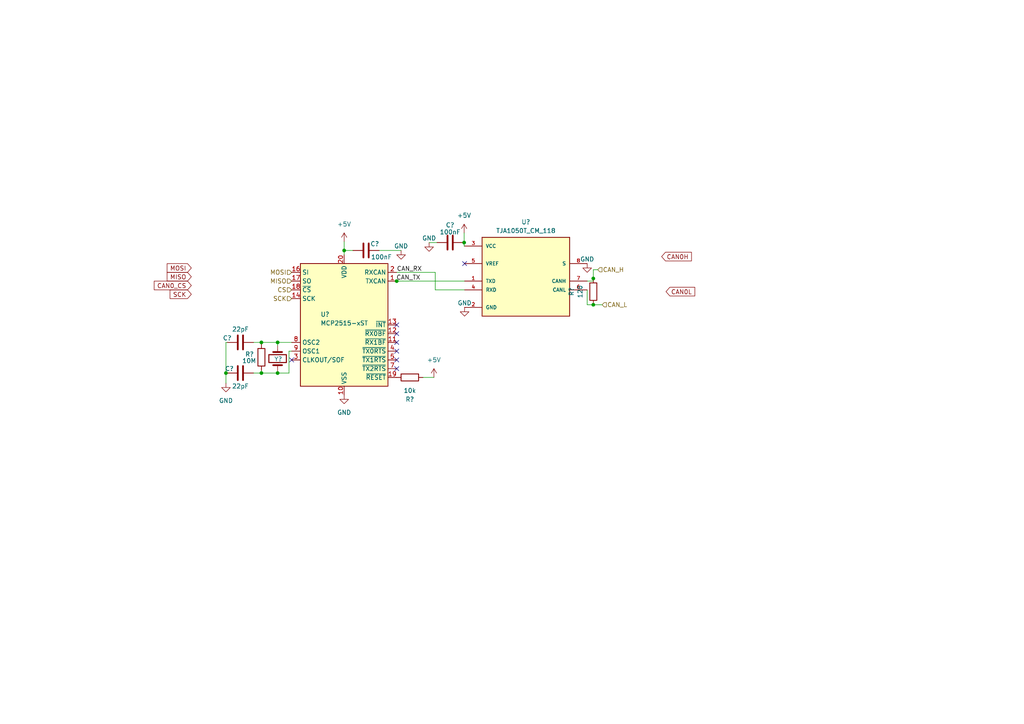
<source format=kicad_sch>
(kicad_sch (version 20250114) (generator "eeschema") (generator_version "9.0")
  (paper "A4")
  (lib_symbols
    (symbol "Device:C" (pin_numbers (hide yes)) (pin_names (offset 0.254))
      (property "Reference" "C" (at 0.635 2.54 0))
      (property "Value" "C" (at 0.635 -2.54 0))
      (symbol "C_0_1"
        (polyline (pts (xy -2.032 0.762) (xy 2.032 0.762)) (stroke (width 0.508)))
        (polyline (pts (xy -2.032 -0.762) (xy 2.032 -0.762)) (stroke (width 0.508)))
      )
      (symbol "C_1_1"
        (pin passive line (at 0 3.81 270) (length 2.794) (name "~") (number "1"))
        (pin passive line (at 0 -3.81 90) (length 2.794) (name "~") (number "2"))
      )
    )
    (symbol "Device:Crystal" (pin_numbers (hide yes)) (pin_names (offset 1.016) (hide yes))
      (property "Reference" "Y" (at 0 3.81 0))
      (property "Value" "Crystal" (at 0 -3.81 0))
      (symbol "Crystal_0_1"
        (polyline (pts (xy -2.54 0) (xy -1.905 0)))
        (polyline (pts (xy -1.905 -1.27) (xy -1.905 1.27)) (stroke (width 0.508)))
        (rectangle (start -1.143 2.54) (end 1.143 -2.54) (stroke (width 0.3048)))
        (polyline (pts (xy 1.905 -1.27) (xy 1.905 1.27)) (stroke (width 0.508)))
        (polyline (pts (xy 2.54 0) (xy 1.905 0)))
      )
      (symbol "Crystal_1_1"
        (pin passive line (at -3.81 0 0) (length 1.27) (name "1") (number "1"))
        (pin passive line (at 3.81 0 180) (length 1.27) (name "2") (number "2"))
      )
    )
    (symbol "Device:R" (pin_numbers (hide yes)) (pin_names (offset 0))
      (property "Reference" "R" (at 2.032 0 90))
      (property "Value" "R" (at 0 0 90))
      (symbol "R_0_1"
        (rectangle (start -1.016 -2.54) (end 1.016 2.54) (stroke (width 0.254)))
      )
      (symbol "R_1_1"
        (pin passive line (at 0 3.81 270) (length 1.27) (name "~") (number "1"))
        (pin passive line (at 0 -3.81 90) (length 1.27) (name "~") (number "2"))
      )
    )
    (symbol "Interface_CAN_LIN:MCP2515-xST"
      (property "Reference" "U" (at -10.16 19.685 0))
      (property "Value" "MCP2515-xST" (at 19.05 20.32 0))
      (symbol "MCP2515-xST_0_1"
        (rectangle (start -12.7 17.78) (end 12.7 -17.78) (stroke (width 0.254)) (fill (type background)))
      )
      (symbol "MCP2515-xST_1_1"
        (pin input line (at -15.24 15.24 0) (length 2.54) (name "SI") (number "16"))
        (pin output line (at -15.24 12.7 0) (length 2.54) (name "SO") (number "17"))
        (pin input line (at -15.24 10.16 0) (length 2.54) (name "~{CS}") (number "18"))
        (pin input line (at -15.24 7.62 0) (length 2.54) (name "SCK") (number "14"))
        (pin output line (at -15.24 -5.08 0) (length 2.54) (name "OSC2") (number "8"))
        (pin input line (at -15.24 -7.62 0) (length 2.54) (name "OSC1") (number "9"))
        (pin output line (at -15.24 -10.16 0) (length 2.54) (name "CLKOUT/SOF") (number "3"))
        (pin no_connect line (at -12.7 0 0) (length 2.54) (hide yes) (name "NC") (number "6"))
        (pin no_connect line (at -12.7 -2.54 0) (length 2.54) (hide yes) (name "NC") (number "15"))
        (pin power_in line (at 0 20.32 270) (length 2.54) (name "VDD") (number "20"))
        (pin power_in line (at 0 -20.32 90) (length 2.54) (name "VSS") (number "10"))
        (pin input line (at 15.24 15.24 180) (length 2.54) (name "RXCAN") (number "2"))
        (pin output line (at 15.24 12.7 180) (length 2.54) (name "TXCAN") (number "1"))
        (pin output line (at 15.24 0 180) (length 2.54) (name "~{INT}") (number "13"))
        (pin output line (at 15.24 -2.54 180) (length 2.54) (name "~{RX0BF}") (number "12"))
        (pin output line (at 15.24 -5.08 180) (length 2.54) (name "~{RX1BF}") (number "11"))
        (pin input line (at 15.24 -7.62 180) (length 2.54) (name "~{TX0RTS}") (number "4"))
        (pin input line (at 15.24 -10.16 180) (length 2.54) (name "~{TX1RTS}") (number "5"))
        (pin input line (at 15.24 -12.7 180) (length 2.54) (name "~{TX2RTS}") (number "7"))
        (pin input line (at 15.24 -15.24 180) (length 2.54) (name "~{RESET}") (number "19"))
      )
    )
    (symbol "TJA1050T_CM_118:TJA1050T_CM_118" (pin_names (offset 1.016))
      (property "Reference" "U" (at -12.7 11.049 0))
      (property "Value" "TJA1050T_CM_118" (at -12.7 -15.24 0))
      (symbol "TJA1050T_CM_118_0_0"
        (rectangle (start -12.7 -12.7) (end 12.7 10.16) (stroke (width 0.254)) (fill (type background)))
        (pin input line (at -17.78 2.54 0) (length 5.08) (name "S") (number "8"))
        (pin bidirectional line (at -17.78 -2.54 0) (length 5.08) (name "CANH") (number "7"))
        (pin bidirectional line (at -17.78 -5.08 0) (length 5.08) (name "CANL") (number "6"))
        (pin power_in line (at 17.78 7.62 180) (length 5.08) (name "VCC") (number "3"))
        (pin output line (at 17.78 2.54 180) (length 5.08) (name "VREF") (number "5"))
        (pin input line (at 17.78 -2.54 180) (length 5.08) (name "TXD") (number "1"))
        (pin output line (at 17.78 -5.08 180) (length 5.08) (name "RXD") (number "4"))
        (pin power_in line (at 17.78 -10.16 180) (length 5.08) (name "GND") (number "2"))
      )
    )
    (symbol "power:+5V" (power) (pin_names (offset 0))
      (property "Value" "+5V" (at 0 3.556 0))
      (symbol "+5V_0_1"
        (polyline (pts (xy -0.762 1.27) (xy 0 2.54)))
        (polyline (pts (xy 0 2.54) (xy 0.762 1.27)))
        (polyline (pts (xy 0 0) (xy 0 2.54)))
      )
      (symbol "+5V_1_1"
        (pin power_in line (at 0 0 90) (length 0) (hide yes) (name "+5V") (number "1"))
      )
    )
    (symbol "power:GND" (power) (pin_names (offset 0))
      (property "Value" "GND" (at 0 -3.81 0))
      (symbol "GND_0_1"
        (polyline (pts (xy 0 0) (xy 0 -1.27) (xy 1.27 -1.27) (xy 0 -2.54) (xy -1.27 -1.27) (xy 0 -1.27)))
      )
      (symbol "GND_1_1"
        (pin power_in line (at 0 0 270) (length 0) (hide yes) (name "GND") (number "1"))
      )
    )
  )
  (junction (at 65.532 108.204))
  (junction (at 115.062 81.534))
  (junction (at 80.518 108.204))
  (junction (at 75.819 99.314))
  (junction (at 172.085 80.772))
  (junction (at 80.518 99.314))
  (junction (at 172.085 88.392))
  (junction (at 134.62 70.358))
  (junction (at 75.819 108.204))
  (junction (at 99.822 72.644))
  (no_connect (at 115.062 96.774))
  (no_connect (at 115.062 104.394))
  (no_connect (at 115.062 106.934))
  (no_connect (at 115.062 99.314))
  (no_connect (at 84.582 104.394))
  (no_connect (at 134.747 76.454))
  (no_connect (at 115.062 94.234))
  (no_connect (at 115.062 101.854))
  (wire (pts (xy 126.238 84.074) (xy 134.747 84.074)))
  (wire (pts (xy 83.82 101.854) (xy 84.582 101.854)))
  (wire (pts (xy 73.533 108.204) (xy 75.819 108.204)))
  (wire (pts (xy 172.085 81.534) (xy 172.085 80.772)))
  (wire (pts (xy 80.518 108.204) (xy 83.82 108.204)))
  (wire (pts (xy 174.625 88.392) (xy 172.085 88.392)))
  (wire (pts (xy 170.307 88.392) (xy 170.307 84.074)))
  (wire (pts (xy 134.62 71.374) (xy 134.747 71.374)))
  (wire (pts (xy 65.532 99.314) (xy 65.913 99.314)))
  (wire (pts (xy 73.533 99.314) (xy 75.819 99.314)))
  (wire (pts (xy 65.532 108.204) (xy 65.532 111.125)))
  (wire (pts (xy 99.822 70.104) (xy 99.822 72.644)))
  (wire (pts (xy 75.819 107.442) (xy 75.819 108.204)))
  (wire (pts (xy 80.518 107.823) (xy 80.518 108.204)))
  (wire (pts (xy 126.746 70.358) (xy 124.46 70.358)))
  (wire (pts (xy 80.518 99.314) (xy 84.582 99.314)))
  (wire (pts (xy 134.62 70.358) (xy 134.62 71.374)))
  (wire (pts (xy 65.532 99.314) (xy 65.532 108.204)))
  (wire (pts (xy 102.362 72.644) (xy 99.822 72.644)))
  (wire (pts (xy 126.238 84.074) (xy 126.238 78.994)))
  (wire (pts (xy 134.366 70.358) (xy 134.62 70.358)))
  (wire (pts (xy 75.819 99.314) (xy 75.819 99.822)))
  (wire (pts (xy 173.355 78.232) (xy 172.085 78.232)))
  (wire (pts (xy 172.085 88.392) (xy 170.307 88.392)))
  (wire (pts (xy 109.982 72.644) (xy 116.332 72.644)))
  (wire (pts (xy 115.062 81.534) (xy 134.747 81.534)))
  (wire (pts (xy 99.822 72.644) (xy 99.822 73.914)))
  (wire (pts (xy 75.819 99.314) (xy 80.518 99.314)))
  (wire (pts (xy 65.913 108.204) (xy 65.532 108.204)))
  (wire (pts (xy 122.682 109.474) (xy 125.857 109.474)))
  (wire (pts (xy 115.062 78.994) (xy 126.238 78.994)))
  (wire (pts (xy 80.518 99.314) (xy 80.518 100.203)))
  (wire (pts (xy 114.935 81.534) (xy 115.062 81.534)))
  (wire (pts (xy 75.819 108.204) (xy 80.518 108.204)))
  (wire (pts (xy 134.62 67.564) (xy 134.62 70.358)))
  (wire (pts (xy 83.82 108.204) (xy 83.82 101.854)))
  (wire (pts (xy 172.085 78.232) (xy 172.085 80.772)))
  (wire (pts (xy 172.085 81.534) (xy 170.307 81.534)))
  (label "CAN_TX" (at 114.935 81.534 0))
  (label "CAN_RX" (at 115.062 78.994 0))
  (global_label "CAN0L" (shape input) (at 193.167 84.582 0) (property "Intersheetrefs" "${INTERSHEET_REFS}" (effects (hide yes))))
  (global_label "SCK" (shape input) (at 55.499 85.344 180) (property "Intersheetrefs" "${INTERSHEET_REFS}" (effects (hide yes))))
  (global_label "CAN0H" (shape input) (at 191.897 74.422 0) (property "Intersheetrefs" "${INTERSHEET_REFS}" (effects (hide yes))))
  (global_label "MISO" (shape input) (at 55.499 80.264 180) (property "Intersheetrefs" "${INTERSHEET_REFS}" (effects (hide yes))))
  (global_label "MOSI" (shape input) (at 55.499 77.724 180) (property "Intersheetrefs" "${INTERSHEET_REFS}" (effects (hide yes))))
  (global_label "CAN0_CS" (shape input) (at 55.499 82.804 180) (property "Intersheetrefs" "${INTERSHEET_REFS}" (effects (hide yes))))
  (hierarchical_label "CAN_H" (shape input) (at 173.355 78.232 0))
  (hierarchical_label "CAN_L" (shape input) (at 174.625 88.392 0))
  (hierarchical_label "MOSI" (shape input) (at 84.582 78.994 180))
  (hierarchical_label "MISO" (shape input) (at 84.582 81.534 180))
  (hierarchical_label "CS" (shape input) (at 84.582 84.074 180))
  (hierarchical_label "SCK" (shape input) (at 84.582 86.614 180))
  (symbol (lib_id "power:GND") (at 134.747 89.154 0) (mirror y) (unit 1)
    (property "Reference" "#PWR?" (effects (hide yes)))
    (property "Value" "GND" (at 134.747 87.884 0))
  )
  (symbol (lib_id "power:+5V") (at 125.857 109.474 0) (unit 1)
    (property "Reference" "#PWR?" (effects (hide yes)))
    (property "Value" "+5V" (at 125.857 104.394 0))
  )
  (symbol (lib_id "Interface_CAN_LIN:MCP2515-xST") (at 99.822 94.234 0) (unit 1)
    (property "Reference" "U?" (at 92.964 91.186 0) (effects (justify left)))
    (property "Value" "MCP2515-xST" (at 92.964 93.726 0) (effects (justify left)))
    (property "Footprint" "RMC_SO:TSSOP-20_4.4x6.5mm_P0.65mm" (effects (hide yes)))
    (property "Datasheet" "http://ww1.microchip.com/downloads/en/DeviceDoc/21801e.pdf" (effects (hide yes)))
  )
  (symbol (lib_id "Device:R") (at 172.085 84.582 0) (mirror y) (unit 1)
    (property "Reference" "R?" (at 165.735 84.582 90))
    (property "Value" "120" (at 168.275 84.582 90))
    (property "Footprint" "Better_Handsolder:R_0805_2012Metric_Pad1.20x1.40mm_HandSolder_L" (effects (hide yes)))
  )
  (symbol (lib_id "Device:C") (at 69.723 108.204 90) (mirror x) (unit 1)
    (property "Reference" "C?" (at 66.548 106.934 90))
    (property "Value" "22pF" (at 69.723 112.014 90))
    (property "Footprint" "Better_Handsolder:C_0805_2012Metric_Pad1.18x1.45mm_HandSolder_L" (effects (hide yes)))
  )
  (symbol (lib_id "power:GND") (at 116.332 72.644 0) (unit 1)
    (property "Reference" "#PWR?" (effects (hide yes)))
    (property "Value" "GND" (at 116.332 71.374 0))
  )
  (symbol (lib_id "Device:C") (at 130.556 70.358 90) (mirror x) (unit 1)
    (property "Reference" "C?" (at 130.556 65.278 90))
    (property "Value" "100nF" (at 130.556 67.31 90))
    (property "Footprint" "Better_Handsolder:C_0805_2012Metric_Pad1.18x1.45mm_HandSolder_L" (effects (hide yes)))
  )
  (symbol (lib_id "Device:C") (at 106.172 72.644 270) (unit 1)
    (property "Reference" "C?" (at 108.712 70.739 90))
    (property "Value" "100nF" (at 110.617 74.549 90))
    (property "Footprint" "Better_Handsolder:C_0805_2012Metric_Pad1.18x1.45mm_HandSolder_L" (effects (hide yes)))
  )
  (symbol (lib_id "Device:Crystal") (at 80.518 104.013 90) (unit 1)
    (property "Reference" "Y?" (at 79.502 104.14 90) (effects (justify right)))
    (property "Value" "20MHz" (effects (hide yes)))
    (property "Footprint" "Better_Handsolder:Crystal_HC49-U_Vertical_W_SMD" (effects (hide yes)))
  )
  (symbol (lib_id "power:+5V") (at 99.822 70.104 0) (unit 1)
    (property "Reference" "#PWR?" (effects (hide yes)))
    (property "Value" "+5V" (at 99.822 65.024 0))
  )
  (symbol (lib_id "power:GND") (at 65.532 111.125 0) (unit 1)
    (property "Reference" "#PWR?" (effects (hide yes)))
    (property "Value" "GND" (at 65.532 116.205 0))
  )
  (symbol (lib_id "Device:C") (at 69.723 99.314 90) (unit 1)
    (property "Reference" "C?" (at 65.913 98.044 90))
    (property "Value" "22pF" (at 69.723 95.504 90))
    (property "Footprint" "Better_Handsolder:C_0805_2012Metric_Pad1.18x1.45mm_HandSolder_L" (effects (hide yes)))
  )
  (symbol (lib_id "power:GND") (at 170.307 76.454 0) (mirror y) (unit 1)
    (property "Reference" "#PWR?" (effects (hide yes)))
    (property "Value" "GND" (at 170.307 75.184 0))
  )
  (symbol (lib_id "power:+5V") (at 134.62 67.564 0) (mirror y) (unit 1)
    (property "Reference" "#PWR?" (effects (hide yes)))
    (property "Value" "+5V" (at 134.62 62.484 0))
  )
  (symbol (lib_id "Device:R") (at 75.819 103.632 180) (unit 1)
    (property "Reference" "R?" (at 72.39 102.743 0))
    (property "Value" "10M" (at 72.263 104.648 0))
    (property "Footprint" "Better_Handsolder:R_0805_2012Metric_Pad1.20x1.40mm_HandSolder_L" (effects (hide yes)))
  )
  (symbol (lib_id "Device:R") (at 118.872 109.474 90) (mirror x) (unit 1)
    (property "Reference" "R?" (at 118.872 115.824 90))
    (property "Value" "10k" (at 118.872 113.284 90))
    (property "Footprint" "Better_Handsolder:R_0805_2012Metric_Pad1.20x1.40mm_HandSolder_L" (effects (hide yes)))
  )
  (symbol (lib_id "power:GND") (at 99.822 114.554 0) (unit 1)
    (property "Reference" "#PWR?" (effects (hide yes)))
    (property "Value" "GND" (at 99.822 119.634 0))
  )
  (symbol (lib_id "power:GND") (at 124.46 70.358 0) (mirror y) (unit 1)
    (property "Reference" "#PWR?" (effects (hide yes)))
    (property "Value" "GND" (at 124.46 69.088 0))
  )
  (symbol (lib_id "TJA1050T_CM_118:TJA1050T_CM_118") (at 152.527 78.994 0) (mirror y) (unit 1)
    (property "Reference" "U?" (at 152.527 64.389 0))
    (property "Value" "TJA1050T_CM_118" (at 152.527 66.929 0))
    (property "Footprint" "TJA1050T_CM_118:SOIC127P600X175-8N" (effects (hide yes)))
    (property "Description" "\n1/1 Transceiver Half CANbus 8-SO\n" (effects (hide yes)))
    (property "MF" "NXP USA" (effects (hide yes)))
    (property "MAXIMUM_PACKAGE_HEIGHT" "1.75 mm" (effects (hide yes)))
    (property "Package" "SO-8 NXP Semiconductors" (effects (hide yes)))
    (property "Price" "None" (effects (hide yes)))
    (property "Check_prices" "https://www.snapeda.com/parts/TJA1050T/CM,118/NXP+USA+Inc./view-part/?ref=eda" (effects (hide yes)))
    (property "STANDARD" "IPC 7351B" (effects (hide yes)))
    (property "PARTREV" "4" (effects (hide yes)))
    (property "SnapEDA_Link" "https://www.snapeda.com/parts/TJA1050T/CM,118/NXP+USA+Inc./view-part/?ref=snap" (effects (hide yes)))
    (property "MP" "TJA1050T/CM,118" (effects (hide yes)))
    (property "Purchase-URL" "https://www.snapeda.com/api/url_track_click_mouser/?unipart_id=304529&manufacturer=NXP USA&part_name=TJA1050T/CM,118&search_term=tja1050" (effects (hide yes)))
    (property "Availability" "In Stock" (effects (hide yes)))
    (property "MANUFACTURER" "NXP USA" (effects (hide yes)))
  )
)
</source>
